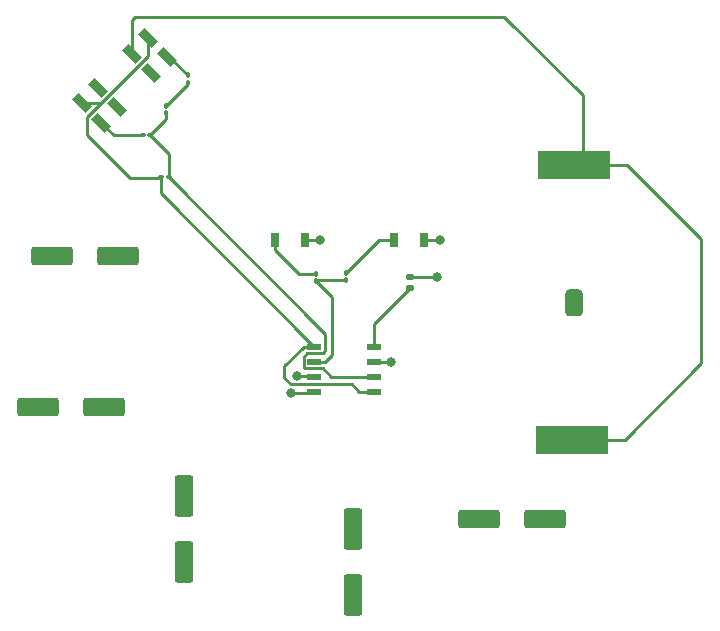
<source format=gbr>
%TF.GenerationSoftware,KiCad,Pcbnew,(6.0.5)*%
%TF.CreationDate,2023-05-26T14:33:47-04:00*%
%TF.ProjectId,Robocat Pin,526f626f-6361-4742-9050-696e2e6b6963,rev?*%
%TF.SameCoordinates,Original*%
%TF.FileFunction,Copper,L4,Bot*%
%TF.FilePolarity,Positive*%
%FSLAX46Y46*%
G04 Gerber Fmt 4.6, Leading zero omitted, Abs format (unit mm)*
G04 Created by KiCad (PCBNEW (6.0.5)) date 2023-05-26 14:33:47*
%MOMM*%
%LPD*%
G01*
G04 APERTURE LIST*
G04 Aperture macros list*
%AMRoundRect*
0 Rectangle with rounded corners*
0 $1 Rounding radius*
0 $2 $3 $4 $5 $6 $7 $8 $9 X,Y pos of 4 corners*
0 Add a 4 corners polygon primitive as box body*
4,1,4,$2,$3,$4,$5,$6,$7,$8,$9,$2,$3,0*
0 Add four circle primitives for the rounded corners*
1,1,$1+$1,$2,$3*
1,1,$1+$1,$4,$5*
1,1,$1+$1,$6,$7*
1,1,$1+$1,$8,$9*
0 Add four rect primitives between the rounded corners*
20,1,$1+$1,$2,$3,$4,$5,0*
20,1,$1+$1,$4,$5,$6,$7,0*
20,1,$1+$1,$6,$7,$8,$9,0*
20,1,$1+$1,$8,$9,$2,$3,0*%
%AMRotRect*
0 Rectangle, with rotation*
0 The origin of the aperture is its center*
0 $1 length*
0 $2 width*
0 $3 Rotation angle, in degrees counterclockwise*
0 Add horizontal line*
21,1,$1,$2,0,0,$3*%
G04 Aperture macros list end*
%TA.AperFunction,SMDPad,CuDef*%
%ADD10RoundRect,0.140000X-0.170000X0.140000X-0.170000X-0.140000X0.170000X-0.140000X0.170000X0.140000X0*%
%TD*%
%TA.AperFunction,SMDPad,CuDef*%
%ADD11R,1.150000X0.475000*%
%TD*%
%TA.AperFunction,SMDPad,CuDef*%
%ADD12RoundRect,0.250000X-1.500000X-0.550000X1.500000X-0.550000X1.500000X0.550000X-1.500000X0.550000X0*%
%TD*%
%TA.AperFunction,SMDPad,CuDef*%
%ADD13RoundRect,0.100000X0.100000X-0.130000X0.100000X0.130000X-0.100000X0.130000X-0.100000X-0.130000X0*%
%TD*%
%TA.AperFunction,SMDPad,CuDef*%
%ADD14RoundRect,0.100000X-0.100000X0.130000X-0.100000X-0.130000X0.100000X-0.130000X0.100000X0.130000X0*%
%TD*%
%TA.AperFunction,SMDPad,CuDef*%
%ADD15RoundRect,0.100000X-0.130000X-0.100000X0.130000X-0.100000X0.130000X0.100000X-0.130000X0.100000X0*%
%TD*%
%TA.AperFunction,SMDPad,CuDef*%
%ADD16RoundRect,0.250000X1.500000X0.550000X-1.500000X0.550000X-1.500000X-0.550000X1.500000X-0.550000X0*%
%TD*%
%TA.AperFunction,SMDPad,CuDef*%
%ADD17R,0.750000X1.200000*%
%TD*%
%TA.AperFunction,SMDPad,CuDef*%
%ADD18RoundRect,0.381000X-0.381000X0.762000X-0.381000X-0.762000X0.381000X-0.762000X0.381000X0.762000X0*%
%TD*%
%TA.AperFunction,SMDPad,CuDef*%
%ADD19R,6.100000X2.400000*%
%TD*%
%TA.AperFunction,SMDPad,CuDef*%
%ADD20RoundRect,0.250000X0.550000X-1.500000X0.550000X1.500000X-0.550000X1.500000X-0.550000X-1.500000X0*%
%TD*%
%TA.AperFunction,SMDPad,CuDef*%
%ADD21RotRect,0.800000X1.600000X45.000000*%
%TD*%
%TA.AperFunction,ViaPad*%
%ADD22C,0.800000*%
%TD*%
%TA.AperFunction,Conductor*%
%ADD23C,0.250000*%
%TD*%
G04 APERTURE END LIST*
D10*
%TO.P,C1,1*%
%TO.N,/gnd*%
X57861200Y-50751800D03*
%TO.P,C1,2*%
%TO.N,Net-(C1-Pad2)*%
X57861200Y-51711800D03*
%TD*%
D11*
%TO.P,U1,1,GND*%
%TO.N,/gnd*%
X49707800Y-60477400D03*
%TO.P,U1,2,TR*%
%TO.N,Net-(C2-Pad1)*%
X49707800Y-59207400D03*
%TO.P,U1,3,Q*%
%TO.N,Net-(R5-Pad1)*%
X49707800Y-57937400D03*
%TO.P,U1,4,R*%
%TO.N,Net-(R1-Pad1)*%
X49707800Y-56667400D03*
%TO.P,U1,5,CV*%
%TO.N,Net-(C1-Pad2)*%
X54787800Y-56667400D03*
%TO.P,U1,6,THR*%
%TO.N,Net-(C2-Pad1)*%
X54787800Y-57937400D03*
%TO.P,U1,7,DIS*%
%TO.N,Net-(R1-Pad2)*%
X54787800Y-59207400D03*
%TO.P,U1,8,VCC*%
%TO.N,Net-(R1-Pad1)*%
X54787800Y-60477400D03*
%TD*%
D12*
%TO.P,C4,1*%
%TO.N,Net-(C2-Pad1)*%
X27502200Y-48971200D03*
%TO.P,C4,2*%
%TO.N,/gnd*%
X33102200Y-48971200D03*
%TD*%
D13*
%TO.P,R5,1*%
%TO.N,Net-(R5-Pad1)*%
X49885600Y-51145400D03*
%TO.P,R5,2*%
%TO.N,Net-(D1-Pad2)*%
X49885600Y-50505400D03*
%TD*%
D14*
%TO.P,R3,1*%
%TO.N,Net-(R3-Pad1)*%
X39020782Y-33700464D03*
%TO.P,R3,2*%
%TO.N,Net-(R2-Pad1)*%
X39020782Y-34340464D03*
%TD*%
%TO.P,R2,1*%
%TO.N,Net-(R2-Pad1)*%
X37191982Y-36265864D03*
%TO.P,R2,2*%
%TO.N,Net-(R1-Pad2)*%
X37191982Y-36905864D03*
%TD*%
D15*
%TO.P,R1,1*%
%TO.N,Net-(R1-Pad1)*%
X36744982Y-42351664D03*
%TO.P,R1,2*%
%TO.N,Net-(R1-Pad2)*%
X37384982Y-42351664D03*
%TD*%
D16*
%TO.P,C6,1*%
%TO.N,Net-(C2-Pad1)*%
X69246400Y-71247000D03*
%TO.P,C6,2*%
%TO.N,/gnd*%
X63646400Y-71247000D03*
%TD*%
D17*
%TO.P,D1,1,K*%
%TO.N,/gnd*%
X48895000Y-47625000D03*
%TO.P,D1,2,A*%
%TO.N,Net-(D1-Pad2)*%
X46355000Y-47625000D03*
%TD*%
D15*
%TO.P,R4,1*%
%TO.N,Net-(R4-Pad1)*%
X35180382Y-38795664D03*
%TO.P,R4,2*%
%TO.N,Net-(R1-Pad2)*%
X35820382Y-38795664D03*
%TD*%
D18*
%TO.P,BT1,1,-*%
%TO.N,/gnd*%
X71691800Y-52954400D03*
D19*
%TO.P,BT1,2,+*%
%TO.N,Net-(BT1-Pad2)*%
X71678800Y-41300400D03*
X71551800Y-64541400D03*
%TD*%
D12*
%TO.P,C5,1*%
%TO.N,Net-(C2-Pad1)*%
X26308400Y-61798200D03*
%TO.P,C5,2*%
%TO.N,/gnd*%
X31908400Y-61798200D03*
%TD*%
D20*
%TO.P,C2,1*%
%TO.N,Net-(C2-Pad1)*%
X38709600Y-74910600D03*
%TO.P,C2,2*%
%TO.N,/gnd*%
X38709600Y-69310600D03*
%TD*%
D13*
%TO.P,R6,1*%
%TO.N,Net-(R5-Pad1)*%
X52400200Y-51069200D03*
%TO.P,R6,2*%
%TO.N,Net-(D2-Pad2)*%
X52400200Y-50429200D03*
%TD*%
D20*
%TO.P,C3,1*%
%TO.N,Net-(C2-Pad1)*%
X52959000Y-77730000D03*
%TO.P,C3,2*%
%TO.N,/gnd*%
X52959000Y-72130000D03*
%TD*%
D21*
%TO.P,SW1,1,1*%
%TO.N,Net-(R1-Pad1)*%
X30037498Y-36087856D03*
%TO.P,SW1,2,2*%
%TO.N,unconnected-(SW1-Pad2)*%
X31384536Y-34740818D03*
%TO.P,SW1,3,3*%
%TO.N,Net-(BT1-Pad2)*%
X34258218Y-31867136D03*
%TO.P,SW1,4,4*%
%TO.N,Net-(R1-Pad1)*%
X35605256Y-30520098D03*
%TO.P,SW1,5,5*%
%TO.N,Net-(R3-Pad1)*%
X37221702Y-32136544D03*
%TO.P,SW1,6,6*%
%TO.N,unconnected-(SW1-Pad6)*%
X35874664Y-33483582D03*
%TO.P,SW1,7,7*%
%TO.N,Net-(C2-Pad1)*%
X33000982Y-36357264D03*
%TO.P,SW1,8,8*%
%TO.N,Net-(R4-Pad1)*%
X31653944Y-37704302D03*
%TD*%
D17*
%TO.P,D2,1,K*%
%TO.N,/gnd*%
X59039760Y-47625000D03*
%TO.P,D2,2,A*%
%TO.N,Net-(D2-Pad2)*%
X56499760Y-47625000D03*
%TD*%
D22*
%TO.N,/gnd*%
X52959000Y-72130000D03*
X60147200Y-50749200D03*
X47782161Y-60592300D03*
X60325000Y-47625000D03*
X38709600Y-69310600D03*
X33102200Y-48971200D03*
X71691800Y-52954400D03*
X31908400Y-61798200D03*
X63646400Y-71247000D03*
X50190400Y-47625000D03*
%TO.N,Net-(C2-Pad1)*%
X33000982Y-36357264D03*
X26308400Y-61798200D03*
X69246400Y-71247000D03*
X27502200Y-48971200D03*
X56184800Y-57937400D03*
X52959000Y-77730000D03*
X48264299Y-59143300D03*
X38709600Y-74910600D03*
%TD*%
D23*
%TO.N,/gnd*%
X57863800Y-50749200D02*
X57861200Y-50751800D01*
X60147200Y-50749200D02*
X57863800Y-50749200D01*
X59039760Y-47625000D02*
X60325000Y-47625000D01*
X50190400Y-47625000D02*
X48895000Y-47625000D01*
X49592900Y-60592300D02*
X49707800Y-60477400D01*
X47782161Y-60592300D02*
X49592900Y-60592300D01*
%TO.N,Net-(BT1-Pad2)*%
X65811400Y-28727400D02*
X34518600Y-28727400D01*
X76212700Y-41300400D02*
X71678800Y-41300400D01*
X72466200Y-40513000D02*
X72466200Y-35382200D01*
X71678800Y-41300400D02*
X72466200Y-40513000D01*
X82499200Y-47586900D02*
X76212700Y-41300400D01*
X71551800Y-64541400D02*
X76009500Y-64541400D01*
X72466200Y-35382200D02*
X65811400Y-28727400D01*
X34258218Y-28987782D02*
X34518600Y-28727400D01*
X76009500Y-64541400D02*
X82499200Y-58051700D01*
X82499200Y-58051700D02*
X82499200Y-47586900D01*
X34258218Y-31867136D02*
X34258218Y-28987782D01*
%TO.N,Net-(C1-Pad2)*%
X54787800Y-54785200D02*
X54787800Y-56667400D01*
X57861200Y-51711800D02*
X54787800Y-54785200D01*
%TO.N,Net-(C2-Pad1)*%
X48264299Y-59143300D02*
X49643700Y-59143300D01*
X49643700Y-59143300D02*
X49707800Y-59207400D01*
X54787800Y-57937400D02*
X56184800Y-57937400D01*
%TO.N,Net-(D1-Pad2)*%
X48385400Y-50505400D02*
X46355000Y-48475000D01*
X49885600Y-50505400D02*
X48385400Y-50505400D01*
X46355000Y-48475000D02*
X46355000Y-47625000D01*
%TO.N,Net-(D2-Pad2)*%
X52400200Y-50429200D02*
X55204400Y-47625000D01*
X55204400Y-47625000D02*
X56499760Y-47625000D01*
%TO.N,Net-(R1-Pad1)*%
X48869600Y-56667400D02*
X47193200Y-58343800D01*
X34112200Y-42367200D02*
X36729446Y-42367200D01*
X30480896Y-38735896D02*
X34112200Y-42367200D01*
X36744982Y-43704582D02*
X36744982Y-42351664D01*
X49707800Y-56667400D02*
X48869600Y-56667400D01*
X31627810Y-36087856D02*
X35605256Y-32110410D01*
X52933600Y-59867800D02*
X53543200Y-60477400D01*
X35605256Y-32110410D02*
X35605256Y-30520098D01*
X47193200Y-58343800D02*
X47193200Y-59309000D01*
X47193200Y-59309000D02*
X47752000Y-59867800D01*
X31627810Y-36087856D02*
X30480896Y-37234770D01*
X36729446Y-42367200D02*
X36744982Y-42351664D01*
X30480896Y-37234770D02*
X30480896Y-38735896D01*
X53543200Y-60477400D02*
X54787800Y-60477400D01*
X30037498Y-36087856D02*
X31627810Y-36087856D01*
X47752000Y-59867800D02*
X52933600Y-59867800D01*
X49707800Y-56667400D02*
X36744982Y-43704582D01*
%TO.N,Net-(R1-Pad2)*%
X48808289Y-58499411D02*
X48808289Y-57541511D01*
X50647600Y-55614282D02*
X37384982Y-42351664D01*
X48808289Y-57541511D02*
X49120389Y-57229411D01*
X37384982Y-40360264D02*
X37384982Y-42351664D01*
X49120389Y-57229411D02*
X50441189Y-57229411D01*
X54787800Y-59207400D02*
X51169322Y-59207400D01*
X37191982Y-36905864D02*
X37191982Y-37424064D01*
X50441189Y-57229411D02*
X50647600Y-57023000D01*
X37191982Y-37424064D02*
X35820382Y-38795664D01*
X50461333Y-58499411D02*
X48808289Y-58499411D01*
X35820382Y-38795664D02*
X37384982Y-40360264D01*
X50647600Y-57023000D02*
X50647600Y-55614282D01*
X51169322Y-59207400D02*
X50461333Y-58499411D01*
%TO.N,Net-(R2-Pad1)*%
X39020782Y-34437064D02*
X37191982Y-36265864D01*
X39020782Y-34340464D02*
X39020782Y-34437064D01*
X39020782Y-34340464D02*
X38989336Y-34340464D01*
%TO.N,Net-(R3-Pad1)*%
X37221702Y-32136544D02*
X37456862Y-32136544D01*
X37456862Y-32136544D02*
X39020782Y-33700464D01*
%TO.N,Net-(R4-Pad1)*%
X32745306Y-38795664D02*
X35180382Y-38795664D01*
X31653944Y-37704302D02*
X32745306Y-38795664D01*
%TO.N,Net-(R5-Pad1)*%
X51206400Y-52466200D02*
X51206400Y-57353200D01*
X50622200Y-57937400D02*
X49707800Y-57937400D01*
X49961800Y-51069200D02*
X49885600Y-51145400D01*
X51206400Y-57353200D02*
X50622200Y-57937400D01*
X52400200Y-51069200D02*
X49961800Y-51069200D01*
X49885600Y-51145400D02*
X51206400Y-52466200D01*
X49700120Y-57937400D02*
X49707800Y-57937400D01*
%TD*%
M02*

</source>
